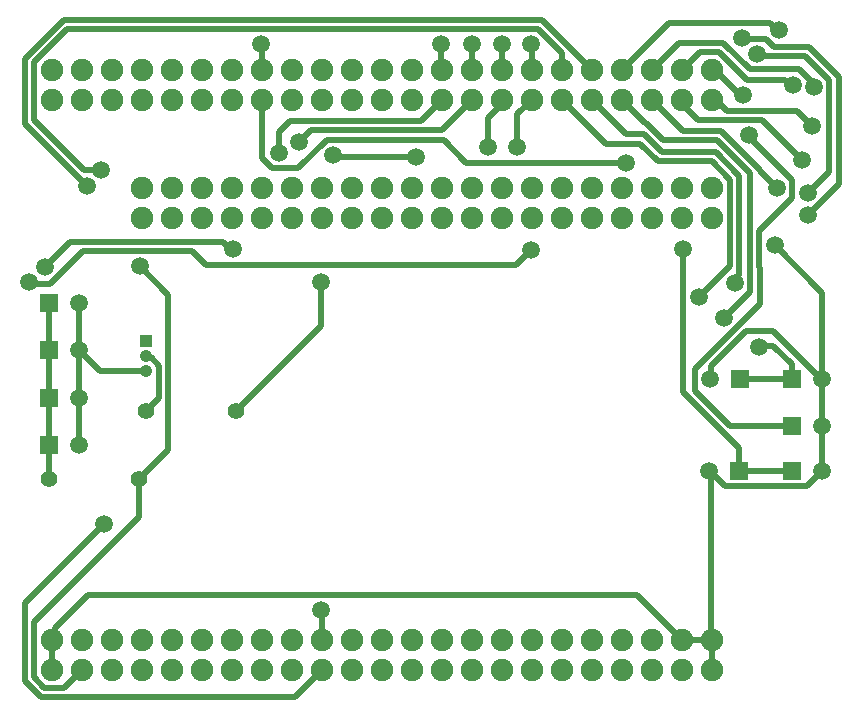
<source format=gbl>
G04*
G04 #@! TF.GenerationSoftware,Altium Limited,Altium Designer,22.2.1 (43)*
G04*
G04 Layer_Physical_Order=2*
G04 Layer_Color=16711680*
%FSLAX44Y44*%
%MOMM*%
G71*
G04*
G04 #@! TF.SameCoordinates,C540050E-BCC2-4D0B-BADB-C6BBA61EEE44*
G04*
G04*
G04 #@! TF.FilePolarity,Positive*
G04*
G01*
G75*
%ADD10C,0.5000*%
%ADD11R,1.5000X1.5000*%
%ADD12C,1.5000*%
%ADD13C,1.9000*%
%ADD14C,1.4000*%
%ADD15R,1.0500X1.0500*%
%ADD16C,1.0500*%
D10*
X106132Y391867D02*
X129750Y368250D01*
X182071Y407000D02*
X184000D01*
X176071Y413000D02*
X182071Y407000D01*
X24808Y391808D02*
X46000Y413000D01*
X29500Y377500D02*
X57000Y405000D01*
X149615D01*
X46000Y413000D02*
X176071D01*
X223000Y488000D02*
Y506000D01*
X263615Y499000D02*
X362777D01*
X240000Y497130D02*
X250370Y507500D01*
X343570Y515500D02*
X361200Y533130D01*
X270000Y485000D02*
X339000D01*
X239615Y475000D02*
X263615Y499000D01*
X360970Y507500D02*
X386600Y533130D01*
X232500Y515500D02*
X343570D01*
X250370Y507500D02*
X360970D01*
X223000Y506000D02*
X232500Y515500D01*
X362777Y499000D02*
X381777Y480000D01*
X269000Y486000D02*
X270000Y485000D01*
X547281Y489032D02*
X592956D01*
X543968Y481032D02*
X589642D01*
X532952Y513778D02*
X533849D01*
X532314Y504000D02*
X547281Y489032D01*
X517330Y504000D02*
X532314D01*
X499930Y496000D02*
X529000D01*
X548627Y499000D02*
X594302D01*
X533849Y513778D02*
X548627Y499000D01*
X513600Y533130D02*
X532952Y513778D01*
X529000Y496000D02*
X543968Y481032D01*
X655591Y545980D02*
X658297D01*
X596013Y573530D02*
X619543Y550000D01*
X651572D01*
X655591Y545980D01*
X589800Y558530D02*
X592135D01*
X613665Y537000D02*
X616000D01*
X592135Y558530D02*
X613665Y537000D01*
X615339Y585139D02*
X615498Y584980D01*
X627621Y571980D02*
X629534Y570067D01*
X668619D01*
X635401Y584980D02*
X642314Y578067D01*
X615498Y584980D02*
X635401D01*
X599327Y581530D02*
X621876Y558980D01*
X663682D01*
X676185Y546478D01*
X621000Y502000D02*
Y503000D01*
X632322Y516000D02*
X666000Y482322D01*
X589800Y533130D02*
X593588D01*
X662000Y524000D02*
X675000Y511000D01*
X564400Y529342D02*
X577742Y516000D01*
X621000Y502000D02*
X657808Y465192D01*
X577742Y516000D02*
X632322D01*
X593588Y533130D02*
X602718Y524000D01*
X662000D01*
X644808Y458539D02*
Y458731D01*
X630625Y472913D02*
X644808Y458731D01*
X670808Y453901D02*
X671192D01*
X697185Y461893D02*
Y552815D01*
X671000Y435708D02*
X697185Y461893D01*
X671192Y453901D02*
X689185Y471893D01*
X609192Y377808D02*
Y380514D01*
X613100Y384421D02*
Y468888D01*
X609192Y380514D02*
X613100Y384421D01*
X579000Y366500D02*
X579206D01*
X585813Y373107D01*
X586107D02*
X605100Y392100D01*
X622000Y387956D02*
Y471301D01*
X630192Y359891D02*
Y391078D01*
X600257Y348642D02*
X622192Y370577D01*
X575600Y305298D02*
X630192Y359891D01*
X630000Y422457D02*
X657808Y450264D01*
X592956Y489032D02*
X613100Y468888D01*
X585813Y373107D02*
X586107D01*
X605100Y392100D02*
Y465574D01*
X594302Y499000D02*
X622000Y471301D01*
Y387956D02*
X622192Y387764D01*
X630000Y391270D02*
X630192Y391078D01*
X622192Y370577D02*
Y387764D01*
X630000Y391270D02*
Y422457D01*
X657808Y450264D02*
Y465192D01*
X631000Y325000D02*
X642000D01*
X618615Y337000D02*
X642000D01*
X679434Y299566D01*
X589214Y307599D02*
X618615Y337000D01*
X630000Y324000D02*
X631000Y325000D01*
X129750Y236650D02*
Y368250D01*
X105100Y212000D02*
X129750Y236650D01*
X105100Y180100D02*
Y212000D01*
X16000Y91000D02*
X105100Y180100D01*
X424000Y393000D02*
X437000Y406000D01*
X161615Y393000D02*
X424000D01*
X642314Y578067D02*
X671933D01*
X697185Y552815D01*
X689185Y471893D02*
Y549502D01*
X668619Y570067D02*
X689185Y549502D01*
X381777Y480000D02*
X517386D01*
X462800Y533130D02*
X499930Y496000D01*
X597615Y507000D02*
X630625Y473990D01*
Y472913D02*
Y473990D01*
X565130Y507000D02*
X597615D01*
X589642Y481032D02*
X605100Y465574D01*
X666000Y482000D02*
Y482322D01*
X683400Y299566D02*
Y369600D01*
X643000Y410000D02*
X683400Y369600D01*
X565635Y285365D02*
X613000Y238000D01*
X565635Y285365D02*
Y407000D01*
X600257Y348341D02*
Y348642D01*
X676185Y543969D02*
Y546478D01*
X553209Y598139D02*
X638837D01*
X644976Y592000D01*
X646766D01*
X562000Y581530D02*
X599327D01*
X579400Y573530D02*
X596013D01*
X539000Y533130D02*
X565130Y507000D01*
X488200Y533130D02*
X517330Y504000D01*
X425000Y493000D02*
Y520730D01*
X400000Y493000D02*
Y517342D01*
X217615Y475000D02*
X239615D01*
X259000Y341900D02*
Y379000D01*
X149615Y405000D02*
X161615Y393000D01*
X187100Y270000D02*
X259000Y341900D01*
X589214Y297614D02*
Y307599D01*
X575600Y286714D02*
Y305298D01*
X588600Y297000D02*
X589214Y297614D01*
X683400Y257000D02*
Y299566D01*
X462800Y558530D02*
Y572616D01*
X442416Y593000D02*
X462800Y572616D01*
X40943Y601000D02*
X445730D01*
X488200Y558530D01*
X44257Y593000D02*
X442416D01*
X62000Y114000D02*
X526330D01*
X259450Y76080D02*
X259600Y75930D01*
X526330Y114000D02*
X564400Y75930D01*
X33679Y85679D02*
X62000Y114000D01*
X259300Y101000D02*
X259450Y100850D01*
Y76080D02*
Y100850D01*
X208400Y580000D02*
X208600Y579800D01*
Y558730D02*
Y579800D01*
X8000Y568057D02*
X40943Y601000D01*
X412000Y558530D02*
Y580000D01*
X437200Y558730D02*
X437400Y558530D01*
X437000Y580000D02*
X437200Y579800D01*
X208600Y558730D02*
X208800Y558530D01*
X360900Y558830D02*
X361200Y558530D01*
X386700Y579900D02*
X386800Y580000D01*
X437200Y558730D02*
Y579800D01*
X16000Y564743D02*
X44257Y593000D01*
X386600Y558530D02*
X386700Y558630D01*
X360900Y558830D02*
Y579700D01*
X360600Y580000D02*
X360900Y579700D01*
X386700Y558630D02*
Y579900D01*
X8000Y512686D02*
Y568057D01*
X16000Y516000D02*
X58255Y473745D01*
X72485D01*
X8000Y512686D02*
X60802Y459885D01*
X16000Y516000D02*
Y564743D01*
X60802Y459885D02*
X61000D01*
X12000Y379000D02*
X13500Y377500D01*
X29500D01*
X642000Y325000D02*
X657929Y309071D01*
X513600Y558530D02*
X553209Y598139D01*
X208800Y483815D02*
X217615Y475000D01*
X208800Y483815D02*
Y533130D01*
X539000Y558530D02*
X562000Y581530D01*
X564400Y558530D02*
X579400Y573530D01*
X110900Y270000D02*
X121750Y280850D01*
Y307753D01*
X8000Y107000D02*
X75000Y174000D01*
X8000Y41003D02*
Y107000D01*
X31000Y75930D02*
X33679Y78609D01*
Y85679D01*
X16000Y44317D02*
Y91000D01*
X564400Y529342D02*
Y533130D01*
X657929Y297071D02*
Y309071D01*
X679434Y299566D02*
X682982D01*
X657929Y297071D02*
X658000Y297000D01*
X425000Y520730D02*
X437400Y533130D01*
X588700Y217900D02*
X600600Y206000D01*
X588700Y77030D02*
Y217900D01*
Y77030D02*
X589800Y75930D01*
X587600Y219000D02*
X588700Y217900D01*
X613000Y219000D02*
Y238000D01*
Y219000D02*
X658000D01*
X575600Y286714D02*
X605314Y257000D01*
X658000D01*
X683400Y219000D02*
Y257000D01*
X670400Y206000D02*
X683400Y219000D01*
X600600Y206000D02*
X670400D01*
X614000Y297000D02*
X658000D01*
X658000Y297000D01*
X112052Y314948D02*
X114555D01*
X121750Y307753D01*
X111000Y316000D02*
X112052Y314948D01*
X28400Y241000D02*
X28900Y240500D01*
Y212000D02*
Y240500D01*
X28400Y241000D02*
Y281000D01*
Y321000D01*
Y361000D01*
X53800Y321000D02*
Y361000D01*
Y241000D02*
Y281000D01*
Y321000D01*
X71500Y303300D02*
X111000D01*
X53800Y321000D02*
X71500Y303300D01*
X412000Y529342D02*
Y533130D01*
X400000Y517342D02*
X412000Y529342D01*
X31000Y50530D02*
Y75930D01*
X236600Y27530D02*
X259600Y50530D01*
X16000Y44317D02*
X24787Y35530D01*
X41400D02*
X56400Y50530D01*
X21473Y27530D02*
X236600D01*
X8000Y41003D02*
X21473Y27530D01*
X24787Y35530D02*
X41400D01*
X589800Y50530D02*
Y75930D01*
X564400D02*
X589800D01*
D11*
X614000Y297000D02*
D03*
X613000Y219000D02*
D03*
X28400Y241000D02*
D03*
Y281000D02*
D03*
Y321000D02*
D03*
Y361000D02*
D03*
X658000Y297000D02*
D03*
Y257000D02*
D03*
Y219000D02*
D03*
D12*
X588600Y297000D02*
D03*
X587600Y219000D02*
D03*
X53800Y241000D02*
D03*
Y281000D02*
D03*
Y321000D02*
D03*
Y361000D02*
D03*
X683400Y297000D02*
D03*
Y257000D02*
D03*
Y219000D02*
D03*
X106000Y392000D02*
D03*
X339000Y485000D02*
D03*
X269000Y486000D02*
D03*
X240000Y497130D02*
D03*
X616000Y537000D02*
D03*
X615339Y585139D02*
D03*
X627621Y571980D02*
D03*
X621000Y503000D02*
D03*
X644808Y458539D02*
D03*
X670808Y453901D02*
D03*
X658297Y545980D02*
D03*
X579000Y366500D02*
D03*
X609192Y377808D02*
D03*
X630000Y324000D02*
D03*
X517386Y480000D02*
D03*
X666000Y482000D02*
D03*
X600257Y348341D02*
D03*
X643000Y410000D02*
D03*
X675000Y511000D02*
D03*
X676185Y543969D02*
D03*
X671000Y435708D02*
D03*
X425000Y493000D02*
D03*
X400000D02*
D03*
X565635Y407000D02*
D03*
X259000Y379000D02*
D03*
X184000Y407000D02*
D03*
X437000Y406000D02*
D03*
X259300Y101000D02*
D03*
X208400Y580000D02*
D03*
X386800D02*
D03*
X360600D02*
D03*
X437000D02*
D03*
X412000D02*
D03*
X72485Y473745D02*
D03*
X61000Y459885D02*
D03*
X12000Y379000D02*
D03*
X24808Y391808D02*
D03*
X223000Y488000D02*
D03*
X646766Y592000D02*
D03*
X75000Y174000D02*
D03*
D13*
X590100Y458400D02*
D03*
X488500D02*
D03*
X463100D02*
D03*
X437700D02*
D03*
X412300D02*
D03*
X386900D02*
D03*
X361500D02*
D03*
X336100D02*
D03*
X310700D02*
D03*
X539300D02*
D03*
X513900D02*
D03*
X285300D02*
D03*
X564700D02*
D03*
X590100Y433000D02*
D03*
X539300D02*
D03*
X564700D02*
D03*
X488500D02*
D03*
X463100D02*
D03*
X437700D02*
D03*
X412300D02*
D03*
X386900D02*
D03*
X361500D02*
D03*
X513900D02*
D03*
X310700D02*
D03*
X336100D02*
D03*
X285300D02*
D03*
X259900Y458400D02*
D03*
X234500D02*
D03*
Y433000D02*
D03*
X209100D02*
D03*
X183700Y458400D02*
D03*
X158300D02*
D03*
X183700Y433000D02*
D03*
X158300D02*
D03*
X132900Y458400D02*
D03*
X107500D02*
D03*
X132900Y433000D02*
D03*
X107500D02*
D03*
X209100Y458400D02*
D03*
X259900Y433000D02*
D03*
X488200Y75930D02*
D03*
X513600D02*
D03*
X437400D02*
D03*
X462800D02*
D03*
X564400D02*
D03*
X589800D02*
D03*
X539000D02*
D03*
X335800D02*
D03*
X361200D02*
D03*
X310400D02*
D03*
X386600D02*
D03*
X412000D02*
D03*
X285000Y50530D02*
D03*
X513600D02*
D03*
X462800D02*
D03*
X488200D02*
D03*
X564400D02*
D03*
X589800D02*
D03*
X539000D02*
D03*
X335800D02*
D03*
X361200D02*
D03*
X310400D02*
D03*
X412000D02*
D03*
X437400D02*
D03*
X386600D02*
D03*
X183400Y75930D02*
D03*
X208800D02*
D03*
X158000D02*
D03*
X259600D02*
D03*
X285000D02*
D03*
X234200D02*
D03*
X56400D02*
D03*
X81800D02*
D03*
X31000D02*
D03*
X107200D02*
D03*
X132600D02*
D03*
X31000Y50530D02*
D03*
X183400D02*
D03*
X208800D02*
D03*
X158000D02*
D03*
X234200D02*
D03*
X259600D02*
D03*
X56400D02*
D03*
X81800D02*
D03*
X107200D02*
D03*
X132600D02*
D03*
X488200Y558530D02*
D03*
X513600D02*
D03*
X437400D02*
D03*
X462800D02*
D03*
X564400D02*
D03*
X589800D02*
D03*
X539000D02*
D03*
X335800D02*
D03*
X361200D02*
D03*
X310400D02*
D03*
X386600D02*
D03*
X412000D02*
D03*
X285000Y533130D02*
D03*
X513600D02*
D03*
X462800D02*
D03*
X488200D02*
D03*
X564400D02*
D03*
X589800D02*
D03*
X539000D02*
D03*
X335800D02*
D03*
X361200D02*
D03*
X310400D02*
D03*
X412000D02*
D03*
X437400D02*
D03*
X386600D02*
D03*
X183400Y558530D02*
D03*
X208800D02*
D03*
X158000D02*
D03*
X259600D02*
D03*
X285000D02*
D03*
X234200D02*
D03*
X56400D02*
D03*
X81800D02*
D03*
X31000D02*
D03*
X107200D02*
D03*
X132600D02*
D03*
X31000Y533130D02*
D03*
X183400D02*
D03*
X208800D02*
D03*
X158000D02*
D03*
X234200D02*
D03*
X259600D02*
D03*
X56400D02*
D03*
X81800D02*
D03*
X107200D02*
D03*
X132600D02*
D03*
D14*
X105100Y212000D02*
D03*
X28900D02*
D03*
X187100Y270000D02*
D03*
X110900D02*
D03*
D15*
X111000Y328700D02*
D03*
D16*
Y316000D02*
D03*
Y303300D02*
D03*
M02*

</source>
